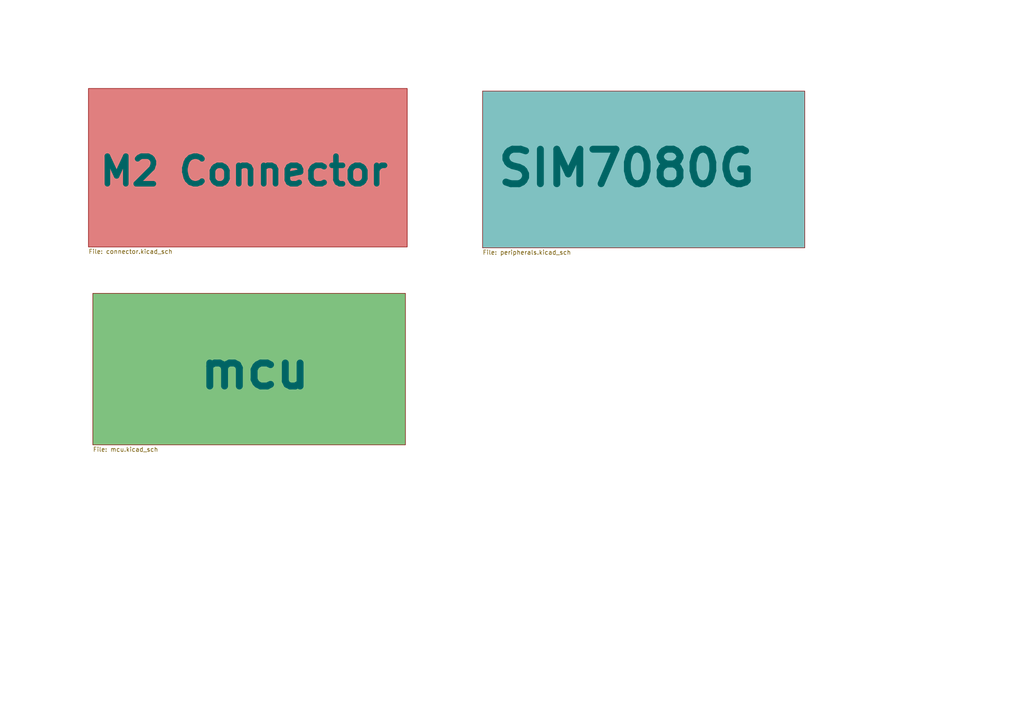
<source format=kicad_sch>
(kicad_sch
	(version 20231120)
	(generator "eeschema")
	(generator_version "8.0")
	(uuid "9e4c0f80-14bc-451b-8b05-b2f0d1a90e15")
	(paper "A4")
	(title_block
		(title "IoT Gateway")
		(date "2024-10-15")
		(rev "v0.1.0")
		(company "Abstract Machines")
		(comment 1 "Designed By: Rodney Osodo")
		(comment 2 "Approved By:")
	)
	(lib_symbols)
	(sheet
		(at 139.954 26.416)
		(size 93.472 45.466)
		(stroke
			(width 0.1524)
			(type solid)
		)
		(fill
			(color 0 132 132 0.5000)
		)
		(uuid "6cab89f1-e367-45d3-9508-6366c1d394b8")
		(property "Sheetname" "SIM7080G"
			(at 143.51 54.61 0)
			(effects
				(font
					(size 10 10)
					(thickness 2)
					(bold yes)
				)
				(justify left bottom)
			)
		)
		(property "Sheetfile" "peripherals.kicad_sch"
			(at 139.954 72.4666 0)
			(effects
				(font
					(size 1.27 1.27)
				)
				(justify left top)
			)
		)
		(instances
			(project "am-iot-gateway"
				(path "/9e4c0f80-14bc-451b-8b05-b2f0d1a90e15"
					(page "4")
				)
			)
		)
	)
	(sheet
		(at 25.654 25.654)
		(size 92.456 45.974)
		(stroke
			(width 0.1524)
			(type solid)
		)
		(fill
			(color 194 0 0 0.5000)
		)
		(uuid "83e4a99f-78ba-41d9-bb2e-d560aa576bd6")
		(property "Sheetname" "M2 Connector"
			(at 28.194 54.356 0)
			(effects
				(font
					(size 8 8)
					(bold yes)
				)
				(justify left bottom)
			)
		)
		(property "Sheetfile" "connector.kicad_sch"
			(at 25.654 72.2126 0)
			(effects
				(font
					(size 1.27 1.27)
				)
				(justify left top)
			)
		)
		(instances
			(project "am-iot-gateway"
				(path "/9e4c0f80-14bc-451b-8b05-b2f0d1a90e15"
					(page "2")
				)
			)
		)
	)
	(sheet
		(at 26.924 85.09)
		(size 90.678 43.942)
		(stroke
			(width 0.1524)
			(type solid)
		)
		(fill
			(color 0 132 0 0.5000)
		)
		(uuid "94c14ccb-5c77-443e-a742-84763e7b200f")
		(property "Sheetname" "mcu"
			(at 57.15 113.284 0)
			(effects
				(font
					(size 10 10)
					(bold yes)
				)
				(justify left bottom)
			)
		)
		(property "Sheetfile" "mcu.kicad_sch"
			(at 26.924 129.6166 0)
			(effects
				(font
					(size 1.27 1.27)
				)
				(justify left top)
			)
		)
		(instances
			(project "am-iot-gateway"
				(path "/9e4c0f80-14bc-451b-8b05-b2f0d1a90e15"
					(page "3")
				)
			)
		)
	)
	(sheet_instances
		(path "/"
			(page "1")
		)
	)
)

</source>
